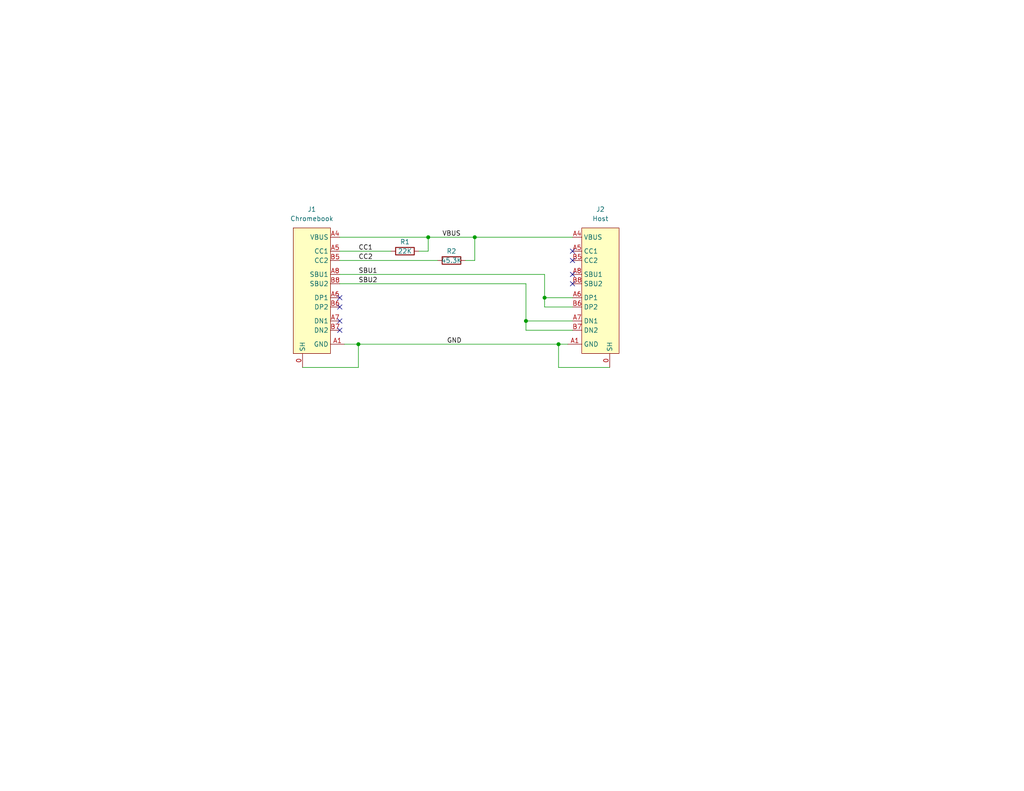
<source format=kicad_sch>
(kicad_sch (version 20231120) (generator "eeschema") (generator_version "8.0")
  (paper "USLetter")
  (title_block (title "SuzyQ") (date "2024-12-01") (rev "1.0") (company "Willard Korfhage"))
  (lib_symbols
    (symbol "Device:R" (pin_numbers hide) (pin_names (offset 0))
      (property "Reference" "R" (at 2.032 0 90))
      (property "Value" "R" (at 0 0 90))
      (symbol "R_0_1"
        (rectangle (start -1.016 -2.54) (end 1.016 2.54) (stroke (width 0.254)))
      )
      (symbol "R_1_1"
        (pin passive line (at 0 3.81 270) (length 1.27) (name "~") (number "1"))
        (pin passive line (at 0 -3.81 90) (length 1.27) (name "~") (number "2"))
      )
    )
    (symbol "LCSC_Connector:TYPE-C-31-M-12"
      (property "Reference" "J" (at -8.382 17.78 0))
      (property "Value" "TYPE-C-31-M-12" (at 0 -26.67 0))
      (symbol "TYPE-C-31-M-12_0_1"
        (rectangle (start -10.16 16.51) (end 0 -17.78) (fill (type background)))
        (pin passive line (at 2.54 13.97 180) (length 2.54) (name "VBUS") (number "A4"))
        (pin passive line (at 2.54 10.16 180) (length 2.54) (name "CC1") (number "A5"))
        (pin passive line (at 2.54 -2.54 180) (length 2.54) (name "DP1") (number "A6"))
        (pin passive line (at 2.54 -8.89 180) (length 2.54) (name "DN1") (number "A7"))
        (pin passive line (at 2.54 3.81 180) (length 2.54) (name "SBU1") (number "A8"))
        (pin passive line (at 2.54 7.62 180) (length 2.54) (name "CC2") (number "B5"))
        (pin passive line (at 2.54 -5.08 180) (length 2.54) (name "DP2") (number "B6"))
        (pin passive line (at 2.54 -11.43 180) (length 2.54) (name "DN2") (number "B7"))
        (pin passive line (at 2.54 1.27 180) (length 2.54) (name "SBU2") (number "B8"))
      )
      (symbol "TYPE-C-31-M-12_1_1"
        (pin passive line (at -7.62 -21.59 90) (length 3.81) (name "SH") (number "0"))
        (pin passive line (at -7.62 -21.59 90) (length 3.81) hide (name "SH") (number "1"))
        (pin passive line (at -7.62 -21.59 90) (length 3.81) hide (name "SH") (number "2"))
        (pin passive line (at -7.62 -21.59 90) (length 3.81) hide (name "SH") (number "3"))
        (pin passive line (at 3.81 -15.24 180) (length 3.81) (name "GND") (number "A1"))
        (pin passive line (at 3.81 -15.24 180) (length 3.81) hide (name "GND") (number "A12"))
        (pin passive line (at 2.54 13.97 180) (length 2.54) hide (name "VBUS") (number "A9"))
        (pin passive line (at 3.81 -15.24 180) (length 3.81) hide (name "GND") (number "B1"))
        (pin passive line (at 3.81 -15.24 180) (length 3.81) hide (name "GND") (number "B12"))
        (pin passive line (at 2.54 13.97 180) (length 2.54) hide (name "VBUS") (number "B4"))
        (pin passive line (at 2.54 13.97 180) (length 2.54) hide (name "VBUS") (number "B9"))
      )
    )
  )
  (junction (at 129.54 64.77))
  (junction (at 97.79 93.98))
  (junction (at 148.59 81.28))
  (junction (at 143.51 87.63))
  (junction (at 116.84 64.77))
  (junction (at 152.4 93.98))
  (no_connect (at 156.21 74.93))
  (no_connect (at 156.21 77.47))
  (no_connect (at 92.71 83.82))
  (no_connect (at 156.21 71.12))
  (no_connect (at 156.21 68.58))
  (no_connect (at 92.71 81.28))
  (no_connect (at 92.71 90.17))
  (no_connect (at 92.71 87.63))
  (wire (pts (xy 116.84 64.77) (xy 129.54 64.77)))
  (wire (pts (xy 97.79 93.98) (xy 152.4 93.98)))
  (wire (pts (xy 156.21 90.17) (xy 143.51 90.17)))
  (wire (pts (xy 93.98 93.98) (xy 97.79 93.98)))
  (wire (pts (xy 148.59 81.28) (xy 156.21 81.28)))
  (wire (pts (xy 143.51 87.63) (xy 156.21 87.63)))
  (wire (pts (xy 116.84 68.58) (xy 116.84 64.77)))
  (wire (pts (xy 92.71 74.93) (xy 148.59 74.93)))
  (wire (pts (xy 129.54 71.12) (xy 129.54 64.77)))
  (wire (pts (xy 97.79 100.33) (xy 97.79 93.98)))
  (wire (pts (xy 92.71 71.12) (xy 119.38 71.12)))
  (wire (pts (xy 92.71 64.77) (xy 116.84 64.77)))
  (wire (pts (xy 148.59 74.93) (xy 148.59 81.28)))
  (wire (pts (xy 152.4 93.98) (xy 154.94 93.98)))
  (wire (pts (xy 156.21 83.82) (xy 148.59 83.82)))
  (wire (pts (xy 82.55 100.33) (xy 97.79 100.33)))
  (wire (pts (xy 143.51 77.47) (xy 143.51 87.63)))
  (wire (pts (xy 156.21 64.77) (xy 129.54 64.77)))
  (wire (pts (xy 92.71 68.58) (xy 106.68 68.58)))
  (wire (pts (xy 148.59 83.82) (xy 148.59 81.28)))
  (wire (pts (xy 92.71 77.47) (xy 143.51 77.47)))
  (wire (pts (xy 166.37 100.33) (xy 152.4 100.33)))
  (wire (pts (xy 152.4 100.33) (xy 152.4 93.98)))
  (wire (pts (xy 114.3 68.58) (xy 116.84 68.58)))
  (wire (pts (xy 143.51 90.17) (xy 143.51 87.63)))
  (wire (pts (xy 127 71.12) (xy 129.54 71.12)))
  (label "VBUS" (at 120.65 64.77 0))
  (label "CC1" (at 97.79 68.58 0))
  (label "CC2" (at 97.79 71.12 0))
  (label "SBU1" (at 97.79 74.93 0))
  (label "SBU2" (at 97.79 77.47 0))
  (label "GND" (at 121.92 93.98 0))
  (symbol (lib_id "Device:R") (at 123.19 71.12 90) (unit 1)
    (property "Reference" "R2" (at 123.19 68.58 90))
    (property "Value" "45.3K" (at 123.19 71.12 90))
    (property "Footprint" "Resistor_SMD:R_0805_2012Metric_Pad1.20x1.40mm_HandSolder" (effects (hide yes)))
    (property "Description" "Resistor" (effects (hide yes)))
  )
  (symbol (lib_id "Device:R") (at 110.49 68.58 90) (unit 1)
    (property "Reference" "R1" (at 110.49 66.04 90))
    (property "Value" "22K" (at 110.49 68.58 90))
    (property "Footprint" "Resistor_SMD:R_0805_2012Metric_Pad1.20x1.40mm_HandSolder" (effects (hide yes)))
    (property "Description" "Resistor" (effects (hide yes)))
  )
  (symbol (lib_id "LCSC_Connector:TYPE-C-31-M-12") (at 158.75 78.74 0) (mirror y) (unit 1)
    (property "Reference" "J2" (at 163.83 57.15 0))
    (property "Value" "Host" (at 163.83 59.69 0))
    (property "Footprint" "LCSC:USB-C_SMD-TYPE-C-31-M-12" (effects (hide yes)))
    (property "Datasheet" "https://lcsc.com/product-detail/USB-Type-C_Korean-Hroparts-Elec-TYPE-C-31-M-12_C165948.html" (effects (hide yes)))
    (property "Description" "16P 5A Female Type-C SMD USB Connector" (effects (hide yes)))
    (property "LCSC Part" "C165948" (effects (hide yes)))
    (property "JLC Part" "Extended Part" (effects (hide yes)))
  )
  (symbol (lib_id "LCSC_Connector:TYPE-C-31-M-12") (at 90.17 78.74 0) (unit 1)
    (property "Reference" "J1" (at 85.09 57.15 0))
    (property "Value" "Chromebook" (at 85.09 59.69 0))
    (property "Footprint" "LCSC:USB-C_SMD-TYPE-C-31-M-12" (effects (hide yes)))
    (property "Datasheet" "https://lcsc.com/product-detail/USB-Type-C_Korean-Hroparts-Elec-TYPE-C-31-M-12_C165948.html" (effects (hide yes)))
    (property "Description" "16P 5A Female Type-C SMD USB Connector" (effects (hide yes)))
    (property "LCSC Part" "C165948" (effects (hide yes)))
    (property "JLC Part" "Extended Part" (effects (hide yes)))
  )
)
</source>
